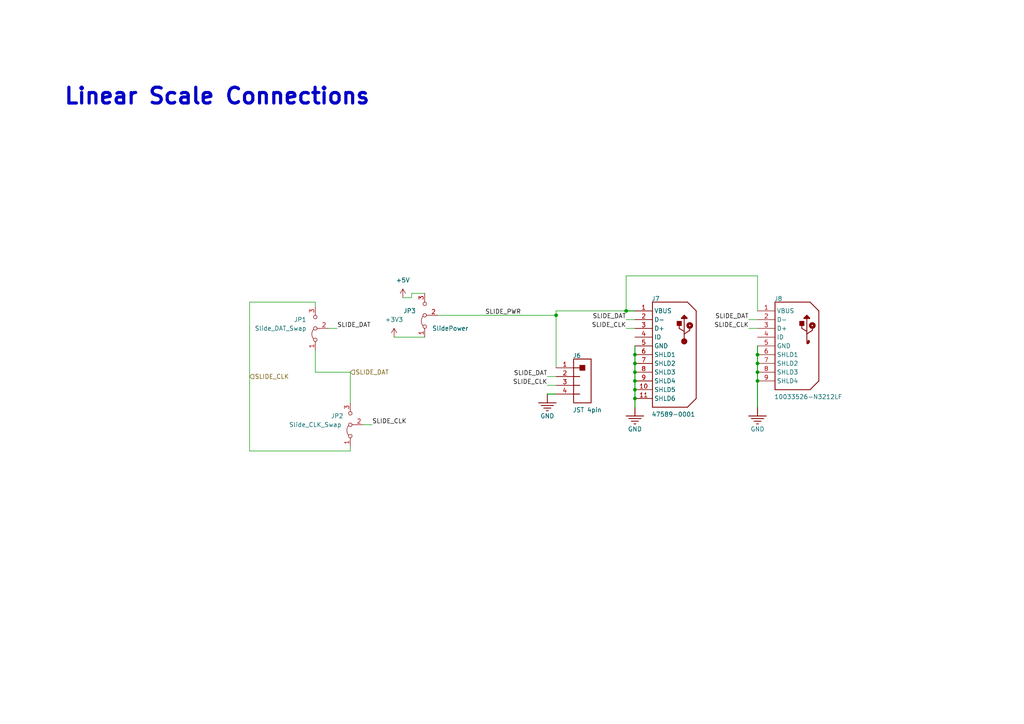
<source format=kicad_sch>
(kicad_sch (version 20231120) (generator "eeschema") (generator_version "8.0")
  (paper "A4")
  (lib_symbols
    (symbol "Jumper:Jumper_3_Bridged12" (pin_names (offset 0) hide)
      (property "Reference" "JP" (at -2.54 -2.54 0))
      (property "Value" "Jumper_3_Bridged12" (at 0 2.794 0))
      (symbol "Jumper_3_Bridged12_0_0"
        (circle (center -3.302 0) (radius 0.508))
        (circle (center 0 0) (radius 0.508))
        (circle (center 3.302 0) (radius 0.508))
      )
      (symbol "Jumper_3_Bridged12_0_1"
        (arc (start -0.254 0.508) (mid -1.651 0.9912) (end -3.048 0.508))
        (polyline (pts (xy 0 -1.27) (xy 0 -0.508)))
      )
      (symbol "Jumper_3_Bridged12_1_1"
        (pin passive line (at -6.35 0 0) (length 2.54) (name "A") (number "1"))
        (pin passive line (at 0 -3.81 90) (length 2.54) (name "C") (number "2"))
        (pin passive line (at 6.35 0 180) (length 2.54) (name "B") (number "3"))
      )
    )
    (symbol "UMTK-altium-import:0_4Pin JST"
      (property "Value" "0_4Pin JST" (at 0 0 0))
      (symbol "0_4Pin JST_1_0"
        (polyline (pts (xy 0 -10.16) (xy 1.778 -10.16)) (stroke (width 0.254)))
        (polyline (pts (xy 0 -7.62) (xy 1.778 -7.62)) (stroke (width 0.254)))
        (polyline (pts (xy 0 -5.08) (xy 1.778 -5.08)) (stroke (width 0.254)))
        (polyline (pts (xy 0 -2.54) (xy 1.778 -2.54)) (stroke (width 0.254)))
        (polyline (pts (xy 5.08 0) (xy 0 0) (xy 0 -12.7) (xy 5.08 -12.7) (xy 5.08 0)) (stroke (width 0.254)))
        (rectangle (start 3.302 -1.778) (end 1.778 -3.302) (fill (type outline)))
        (pin passive line (at -5.08 -2.54 0) (length 5.08) (name "1") (number "1"))
        (pin passive line (at -5.08 -5.08 0) (length 5.08) (name "2") (number "2"))
        (pin passive line (at -5.08 -7.62 0) (length 5.08) (name "3") (number "3"))
        (pin passive line (at -5.08 -10.16 0) (length 5.08) (name "4") (number "4"))
      )
    )
    (symbol "UMTK-altium-import:0_USB-5-4SHLD"
      (property "Value" "0_USB-5-4SHLD" (at 0 0 0))
      (symbol "0_USB-5-4SHLD_1_0"
        (polyline (pts (xy 0 -25.4) (xy 10.16 -25.4)) (stroke (width 0.254)))
        (polyline (pts (xy 0 0) (xy 0 -25.4)) (stroke (width 0.254)))
        (polyline (pts (xy 7.772 -7.63) (xy 7.772 -6.43)) (stroke (width 0.254)))
        (polyline (pts (xy 8.433 -4.78) (xy 9.22 -4.78)) (stroke (width 0.254)))
        (polyline (pts (xy 8.433 -4.58) (xy 8.433 -4.78)) (stroke (width 0.254)))
        (polyline (pts (xy 8.839 -4.38) (xy 9.042 -4.18)) (stroke (width 0.254)))
        (polyline (pts (xy 9.042 -4.18) (xy 9.22 -4.18)) (stroke (width 0.254)))
        (polyline (pts (xy 9.22 -9.23) (xy 9.22 -11.38)) (stroke (width 0.254)))
        (polyline (pts (xy 9.22 -9.23) (xy 10.82 -8.18)) (stroke (width 0.254)))
        (polyline (pts (xy 9.22 -8.48) (xy 7.772 -7.63)) (stroke (width 0.254)))
        (polyline (pts (xy 9.22 -8.48) (xy 9.22 -9.23)) (stroke (width 0.254)))
        (polyline (pts (xy 9.22 -4.78) (xy 9.22 -8.48)) (stroke (width 0.254)))
        (polyline (pts (xy 9.22 -4.78) (xy 10.033 -4.78)) (stroke (width 0.254)))
        (polyline (pts (xy 9.22 -3.98) (xy 9.627 -4.38)) (stroke (width 0.254)))
        (polyline (pts (xy 9.22 -3.78) (xy 8.433 -4.58)) (stroke (width 0.254)))
        (polyline (pts (xy 9.627 -4.38) (xy 8.839 -4.38)) (stroke (width 0.254)))
        (polyline (pts (xy 10.033 -4.78) (xy 10.033 -4.58)) (stroke (width 0.254)))
        (polyline (pts (xy 10.033 -4.58) (xy 8.636 -4.58)) (stroke (width 0.254)))
        (polyline (pts (xy 10.033 -4.58) (xy 9.22 -3.78)) (stroke (width 0.254)))
        (polyline (pts (xy 10.16 0) (xy 0 0)) (stroke (width 0.254)))
        (polyline (pts (xy 10.16 0) (xy 12.7 -2.54)) (stroke (width 0.254)))
        (polyline (pts (xy 10.82 -8.18) (xy 10.82 -7.18)) (stroke (width 0.254)))
        (polyline (pts (xy 12.7 -22.86) (xy 10.16 -25.4)) (stroke (width 0.254)))
        (polyline (pts (xy 12.7 -22.86) (xy 12.7 -2.54)) (stroke (width 0.254)))
        (rectangle (start 8.382 -5.58) (end 7.17 -6.78) (stroke (width 0.254)) (fill (type outline)))
        (arc (start 9.4717 -11.8212) (mid 9.6593 -11.6351) (end 9.728 -11.38) (stroke (width 0.762)))
        (circle (center 10.82 -6.78) (radius 0.203) (stroke (width 0.762)))
        (pin power_in line (at -5.08 -2.54 0) (length 5.08) (name "VBUS") (number "1"))
        (pin passive line (at -5.08 -5.08 0) (length 5.08) (name "D-") (number "2"))
        (pin passive line (at -5.08 -7.62 0) (length 5.08) (name "D+") (number "3"))
        (pin passive line (at -5.08 -10.16 0) (length 5.08) (name "ID") (number "4"))
        (pin power_in line (at -5.08 -12.7 0) (length 5.08) (name "GND") (number "5"))
        (pin passive line (at -5.08 -15.24 0) (length 5.08) (name "SHLD1") (number "6"))
        (pin passive line (at -5.08 -17.78 0) (length 5.08) (name "SHLD2") (number "7"))
        (pin passive line (at -5.08 -20.32 0) (length 5.08) (name "SHLD3") (number "8"))
        (pin passive line (at -5.08 -22.86 0) (length 5.08) (name "SHLD4") (number "9"))
      )
    )
    (symbol "UMTK-altium-import:0_USB-5-6SHLD"
      (property "Value" "0_USB-5-6SHLD" (at 0 0 0))
      (symbol "0_USB-5-6SHLD_1_0"
        (polyline (pts (xy 0 -30.48) (xy 10.16 -30.48)) (stroke (width 0.254)))
        (polyline (pts (xy 0 0) (xy 0 -30.48)) (stroke (width 0.254)))
        (polyline (pts (xy 7.772 -7.63) (xy 7.772 -6.43)) (stroke (width 0.254)))
        (polyline (pts (xy 8.433 -4.78) (xy 9.22 -4.78)) (stroke (width 0.254)))
        (polyline (pts (xy 8.433 -4.58) (xy 8.433 -4.78)) (stroke (width 0.254)))
        (polyline (pts (xy 8.839 -4.38) (xy 9.042 -4.18)) (stroke (width 0.254)))
        (polyline (pts (xy 9.042 -4.18) (xy 9.22 -4.18)) (stroke (width 0.254)))
        (polyline (pts (xy 9.22 -9.23) (xy 9.22 -11.38)) (stroke (width 0.254)))
        (polyline (pts (xy 9.22 -9.23) (xy 10.82 -8.18)) (stroke (width 0.254)))
        (polyline (pts (xy 9.22 -8.48) (xy 7.772 -7.63)) (stroke (width 0.254)))
        (polyline (pts (xy 9.22 -8.48) (xy 9.22 -9.23)) (stroke (width 0.254)))
        (polyline (pts (xy 9.22 -4.78) (xy 9.22 -8.48)) (stroke (width 0.254)))
        (polyline (pts (xy 9.22 -4.78) (xy 10.033 -4.78)) (stroke (width 0.254)))
        (polyline (pts (xy 9.22 -3.98) (xy 9.627 -4.38)) (stroke (width 0.254)))
        (polyline (pts (xy 9.22 -3.78) (xy 8.433 -4.58)) (stroke (width 0.254)))
        (polyline (pts (xy 9.627 -4.38) (xy 8.839 -4.38)) (stroke (width 0.254)))
        (polyline (pts (xy 10.033 -4.78) (xy 10.033 -4.58)) (stroke (width 0.254)))
        (polyline (pts (xy 10.033 -4.58) (xy 8.636 -4.58)) (stroke (width 0.254)))
        (polyline (pts (xy 10.033 -4.58) (xy 9.22 -3.78)) (stroke (width 0.254)))
        (polyline (pts (xy 10.16 0) (xy 0 0)) (stroke (width 0.254)))
        (polyline (pts (xy 10.16 0) (xy 12.7 -2.54)) (stroke (width 0.254)))
        (polyline (pts (xy 10.82 -8.18) (xy 10.82 -7.18)) (stroke (width 0.254)))
        (polyline (pts (xy 12.7 -27.94) (xy 10.16 -30.48)) (stroke (width 0.254)))
        (polyline (pts (xy 12.7 -27.94) (xy 12.7 -2.54)) (stroke (width 0.254)))
        (rectangle (start 8.382 -5.58) (end 7.17 -6.78) (stroke (width 0.254)) (fill (type outline)))
        (circle (center 9.22 -11.38) (radius 0.508) (stroke (width 0.762)))
        (circle (center 10.82 -6.78) (radius 0.203) (stroke (width 0.762)))
        (pin passive line (at -5.08 -2.54 0) (length 5.08) (name "VBUS") (number "1"))
        (pin passive line (at -5.08 -25.4 0) (length 5.08) (name "SHLD5") (number "10"))
        (pin passive line (at -5.08 -27.94 0) (length 5.08) (name "SHLD6") (number "11"))
        (pin passive line (at -5.08 -5.08 0) (length 5.08) (name "D-") (number "2"))
        (pin passive line (at -5.08 -7.62 0) (length 5.08) (name "D+") (number "3"))
        (pin passive line (at -5.08 -10.16 0) (length 5.08) (name "ID") (number "4"))
        (pin passive line (at -5.08 -12.7 0) (length 5.08) (name "GND") (number "5"))
        (pin passive line (at -5.08 -15.24 0) (length 5.08) (name "SHLD1") (number "6"))
        (pin passive line (at -5.08 -17.78 0) (length 5.08) (name "SHLD2") (number "7"))
        (pin passive line (at -5.08 -20.32 0) (length 5.08) (name "SHLD3") (number "8"))
        (pin passive line (at -5.08 -22.86 0) (length 5.08) (name "SHLD4") (number "9"))
      )
    )
    (symbol "UMTK-altium-import:GND" (power)
      (property "Reference" "#PWR" (at 0 0 0))
      (property "Value" "GND" (at 0 6.35 0))
      (symbol "GND_0_0"
        (polyline (pts (xy -2.54 -2.54) (xy 2.54 -2.54)) (stroke (width 0.254)))
        (polyline (pts (xy -1.778 -3.302) (xy 1.778 -3.302)) (stroke (width 0.254)))
        (polyline (pts (xy -1.016 -4.064) (xy 1.016 -4.064)) (stroke (width 0.254)))
        (polyline (pts (xy -0.254 -4.826) (xy 0.254 -4.826)) (stroke (width 0.254)))
        (polyline (pts (xy 0 0) (xy 0 -2.54)) (stroke (width 0.254)))
        (pin power_in line (at 0 0 0) (length 0) hide (name "GND") (number ""))
      )
    )
    (symbol "power:+3V3" (power) (pin_names (offset 0))
      (property "Value" "+3V3" (at 0 3.556 0))
      (symbol "+3V3_0_1"
        (polyline (pts (xy -0.762 1.27) (xy 0 2.54)))
        (polyline (pts (xy 0 0) (xy 0 2.54)))
        (polyline (pts (xy 0 2.54) (xy 0.762 1.27)))
      )
      (symbol "+3V3_1_1"
        (pin power_in line (at 0 0 90) (length 0) hide (name "+3V3") (number "1"))
      )
    )
    (symbol "power:+5V" (power) (pin_names (offset 0))
      (property "Value" "+5V" (at 0 3.556 0))
      (symbol "+5V_0_1"
        (polyline (pts (xy -0.762 1.27) (xy 0 2.54)))
        (polyline (pts (xy 0 0) (xy 0 2.54)))
        (polyline (pts (xy 0 2.54) (xy 0.762 1.27)))
      )
      (symbol "+5V_1_1"
        (pin power_in line (at 0 0 90) (length 0) hide (name "+5V") (number "1"))
      )
    )
  )
  (junction (at 219.71 102.87))
  (junction (at 219.71 105.41))
  (junction (at 181.61 90.17))
  (junction (at 184.15 115.57))
  (junction (at 219.71 107.95))
  (junction (at 184.15 102.87))
  (junction (at 184.15 113.03))
  (junction (at 219.71 110.49))
  (junction (at 184.15 107.95))
  (junction (at 161.29 91.44))
  (junction (at 184.15 110.49))
  (junction (at 184.15 105.41))
  (wire (pts (xy 219.71 118.11) (xy 219.71 110.49)) (stroke (width 0.254)))
  (wire (pts (xy 161.29 90.17) (xy 161.29 91.44)))
  (wire (pts (xy 184.15 115.57) (xy 184.15 113.03)) (stroke (width 0.254)))
  (wire (pts (xy 219.71 107.95) (xy 219.71 105.41)) (stroke (width 0.254)))
  (wire (pts (xy 158.75 114.3) (xy 161.29 114.3)) (stroke (width 0.254)))
  (wire (pts (xy 181.61 95.25) (xy 184.15 95.25)))
  (wire (pts (xy 72.39 87.63) (xy 91.44 87.63)))
  (wire (pts (xy 217.17 92.71) (xy 219.71 92.71)))
  (wire (pts (xy 72.39 87.63) (xy 72.39 130.81)))
  (wire (pts (xy 97.79 95.25) (xy 95.25 95.25)))
  (wire (pts (xy 119.38 85.09) (xy 123.19 85.09)))
  (wire (pts (xy 72.39 130.81) (xy 101.6 130.81)))
  (wire (pts (xy 114.3 97.79) (xy 123.19 97.79)))
  (wire (pts (xy 181.61 90.17) (xy 184.15 90.17)) (stroke (width 0.254)))
  (wire (pts (xy 219.71 90.17) (xy 219.71 80.01)))
  (wire (pts (xy 161.29 91.44) (xy 161.29 106.68)))
  (wire (pts (xy 158.75 111.76) (xy 161.29 111.76)))
  (wire (pts (xy 119.38 86.36) (xy 119.38 85.09)))
  (wire (pts (xy 101.6 130.81) (xy 101.6 129.54)))
  (wire (pts (xy 184.15 107.95) (xy 184.15 105.41)) (stroke (width 0.254)))
  (wire (pts (xy 219.71 105.41) (xy 219.71 102.87)) (stroke (width 0.254)))
  (wire (pts (xy 184.15 118.11) (xy 184.15 115.57)) (stroke (width 0.254)))
  (wire (pts (xy 91.44 107.95) (xy 101.6 107.95)))
  (wire (pts (xy 181.61 80.01) (xy 181.61 90.17)))
  (wire (pts (xy 219.71 80.01) (xy 181.61 80.01)))
  (wire (pts (xy 184.15 102.87) (xy 184.15 100.33)) (stroke (width 0.254)))
  (wire (pts (xy 91.44 88.9) (xy 91.44 87.63)))
  (wire (pts (xy 161.29 90.17) (xy 181.61 90.17)))
  (wire (pts (xy 181.61 92.71) (xy 184.15 92.71)))
  (wire (pts (xy 91.44 101.6) (xy 91.44 107.95)))
  (wire (pts (xy 217.17 95.25) (xy 219.71 95.25)))
  (wire (pts (xy 127 91.44) (xy 161.29 91.44)))
  (wire (pts (xy 184.15 110.49) (xy 184.15 107.95)) (stroke (width 0.254)))
  (wire (pts (xy 107.95 123.19) (xy 105.41 123.19)))
  (wire (pts (xy 116.84 86.36) (xy 119.38 86.36)))
  (wire (pts (xy 219.71 102.87) (xy 219.71 100.33)) (stroke (width 0.254)))
  (wire (pts (xy 219.71 110.49) (xy 219.71 107.95)) (stroke (width 0.254)))
  (wire (pts (xy 158.75 109.22) (xy 161.29 109.22)))
  (wire (pts (xy 184.15 105.41) (xy 184.15 102.87)) (stroke (width 0.254)))
  (wire (pts (xy 184.15 113.03) (xy 184.15 110.49)) (stroke (width 0.254)))
  (wire (pts (xy 101.6 107.95) (xy 101.6 116.84)))
  (text "Linear Scale Connections" (at 18.288 30.734 0) (effects (font (size 4.572 4.572) (thickness 0.9144) (bold yes)) (justify left bottom)))
  (label "SLIDE_DAT" (at 158.75 109.22 180))
  (label "SLIDE_CLK" (at 107.95 123.19 0))
  (label "SLIDE_DAT" (at 97.79 95.25 0))
  (label "SLIDE_PWR" (at 151.13 91.44 180))
  (label "SLIDE_DAT" (at 181.61 92.71 180))
  (label "SLIDE_CLK" (at 217.17 95.25 180))
  (label "SLIDE_CLK" (at 181.61 95.25 180))
  (label "SLIDE_DAT" (at 217.17 92.71 180))
  (label "SLIDE_CLK" (at 158.75 111.76 180))
  (hierarchical_label "SLIDE_CLK" (shape input) (at 72.39 109.22 0))
  (hierarchical_label "SLIDE_DAT" (shape input) (at 101.6 107.95 0))
  (symbol (lib_id "power:+5V") (at 116.84 86.36 0) (unit 1)
    (property "Reference" "#PWR0154" (effects (hide yes)))
    (property "Value" "+5V" (at 116.84 81.28 0))
  )
  (symbol (lib_id "Jumper:Jumper_3_Bridged12") (at 101.6 123.19 90) (unit 1)
    (property "Reference" "JP2" (at 97.79 120.65 90))
    (property "Value" "Slide_CLK_Swap" (at 91.44 123.19 90))
  )
  (symbol (lib_id "UMTK-altium-import:GND") (at 184.15 118.11 0) (unit 1)
    (property "Reference" "#PWR0156" (effects (hide yes)))
    (property "Value" "GND" (at 184.15 124.46 0))
  )
  (symbol (lib_id "UMTK-altium-import:0_4Pin JST") (at 166.37 104.14 0) (unit 1)
    (property "Reference" "J6" (at 166.116 103.886 0) (effects (justify left bottom)))
    (property "Value" "JST 4pin" (at 166.116 119.634 0) (effects (justify left bottom)))
    (property "Footprint" "4Pin JST" (effects (hide yes)))
  )
  (symbol (lib_id "UMTK-altium-import:0_USB-5-4SHLD") (at 224.79 87.63 0) (unit 1)
    (property "Reference" "J8" (at 224.536 87.376 0) (effects (justify left bottom)))
    (property "Value" "10033526-N3212LF" (at 224.536 115.824 0) (effects (justify left bottom)))
    (property "Footprint" "FCI-10033526-N3212LF_V" (effects (hide yes)))
    (property "PARTNUMBER" "10033526-N3212LF" (effects (hide yes)))
    (property "DATASHEETVERSION" "Rev. N" (effects (hide yes)))
    (property "TERMINATION STYLE" "Solder Pad" (effects (hide yes)))
    (property "PACKAGING" "Reel" (effects (hide yes)))
    (property "SHELL PLATING" "Nickel" (effects (hide yes)))
    (property "STANDARD" "USB" (effects (hide yes)))
    (property "COLOR" "Black" (effects (hide yes)))
    (property "COMPONENTLINK1DESCRIPTION" "Manufacturer URL" (effects (hide yes)))
    (property "MOUNTING TECHNOLOGY" "Surface Mount" (effects (hide yes)))
    (property "FACTORY PACK QUANTITY" "750" (effects (hide yes)))
    (property "MOUNTING ANGLE" "Right" (effects (hide yes)))
    (property "CONTACT MATERIAL" "Copper Alloy" (effects (hide yes)))
    (property "NUMBER OF PORTS" "1 Port" (effects (hide yes)))
    (property "PRODUCT CATEGORY" "USB Connectors" (effects (hide yes)))
    (property "MANUFACTURER" "FCI" (effects (hide yes)))
    (property "COMPONENTLINK2URL" "http://portal.fciconnect.com/Comergent//fci/drawing/10033526.pdf" (effects (hide yes)))
    (property "FLAMMABILITY RATING" "UL 94 V-0" (effects (hide yes)))
    (property "PRODUCT" "Mini USB Type B Connectors" (effects (hide yes)))
    (property "CONTACT PLATING" "Gold" (effects (hide yes)))
    (property "COMPONENTLINK2DESCRIPTION" "Datasheet" (effects (hide yes)))
    (property "BRAND" "FCI" (effects (hide yes)))
    (property "NUMBER OF CONTACTS" "5 Contact" (effects (hide yes)))
    (property "ROHS" "Details" (effects (hide yes)))
    (property "CONNECTOR TYPE" "Mini USB Type B Receptacle" (effects (hide yes)))
    (property "COMPONENTLINK1URL" "http://portal.fciconnect.com/" (effects (hide yes)))
    (property "GENDER" "Female" (effects (hide yes)))
    (property "INSULATION RESISTANCE" "100 MOhms" (effects (hide yes)))
    (property "PACKAGEDESCRIPTION" "5-Pin Surface Mount Device, Body 9.2 x 7.7 mm, Pitch 0.8 mm" (effects (hide yes)))
  )
  (symbol (lib_id "Jumper:Jumper_3_Bridged12") (at 91.44 95.25 90) (unit 1)
    (property "Reference" "JP1" (at 88.9 92.71 90) (effects (justify left)))
    (property "Value" "Slide_DAT_Swap" (at 88.9 95.25 90) (effects (justify left)))
  )
  (symbol (lib_id "Jumper:Jumper_3_Bridged12") (at 123.19 91.44 90) (unit 1)
    (property "Reference" "JP3" (at 120.65 90.1699 90) (effects (justify left)))
    (property "Value" "SlidePower" (at 135.89 95.25 90) (effects (justify left)))
  )
  (symbol (lib_id "UMTK-altium-import:0_USB-5-6SHLD") (at 189.23 87.63 0) (unit 1)
    (property "Reference" "J7" (at 188.976 87.376 0) (effects (justify left bottom)))
    (property "Value" "47589-0001" (at 188.976 120.904 0) (effects (justify left bottom)))
    (property "Footprint" "MOLX-47589-0001_V" (effects (hide yes)))
    (property "NUMBER OF PORTS" "1Port" (effects (hide yes)))
    (property "COLOR" "Black" (effects (hide yes)))
    (property "PRODUCT" "MicroUSBTypeABConnectors" (effects (hide yes)))
    (property "PACKAGE URL" "http://www.molex.com/pdm_docs/sd/475890001_sd.pdf" (effects (hide yes)))
    (property "CONTACT PLATING" "Gold" (effects (hide yes)))
    (property "DATASHEET URL" "http://www.molex.com/webdocs/datasheets/pdf/en-us/0475890001_IO_CONNECTORS.pdf" (effects (hide yes)))
    (property "OPERATING TEMPERATURE RANGE" "-20Cto+85C" (effects (hide yes)))
    (property "TERMINATION STYLE" "SMD/SMT" (effects (hide yes)))
    (property "CURRENT RATING" "1.8A" (effects (hide yes)))
    (property "Field13" "0475890001" (effects (hide yes)))
    (property "BRAND" "Molex" (effects (hide yes)))
    (property "MOUNTING ANGLE" "Right" (effects (hide yes)))
    (property "PACKAGE REFERENCE" "47589-0001" (effects (hide yes)))
    (property "GENDER" "Female" (effects (hide yes)))
    (property "PACKAGE DESCRIPTION" "Micro USB Connector, Pitch 0.65 mm, 5 Positions, Body 7.5 x 5.6 mm" (effects (hide yes)))
    (property "MOUNTING TECHNOLOGY" "SurfaceMount" (effects (hide yes)))
    (property "CONTACT MATERIAL" "CopperAlloy" (effects (hide yes)))
    (property "CONNECTOR TYPE" "MicroUSBTypeABreceptacle" (effects (hide yes)))
    (property "PACKAGING" "Reel" (effects (hide yes)))
    (property "ROHS" "True" (effects (hide yes)))
    (property "STANDARD" "USB" (effects (hide yes)))
    (property "MANUFACTURER URL" "http://www.molex.com/" (effects (hide yes)))
    (property "MANUFACTURER" "Molex" (effects (hide yes)))
    (property "DATASHEET VERSION" "12/2016" (effects (hide yes)))
    (property "NUMBER OF CONTACTS" "5Contact" (effects (hide yes)))
    (property "PRODUCT CATEGORY" "USBConnectors" (effects (hide yes)))
    (property "SERIES" "47589" (effects (hide yes)))
    (property "VOLTAGE RATING" "30VAC" (effects (hide yes)))
  )
  (symbol (lib_id "UMTK-altium-import:GND") (at 158.75 114.3 0) (unit 1)
    (property "Reference" "#PWR0155" (effects (hide yes)))
    (property "Value" "GND" (at 158.75 120.65 0))
  )
  (symbol (lib_id "power:+3V3") (at 114.3 97.79 0) (unit 1)
    (property "Reference" "#PWR0153" (effects (hide yes)))
    (property "Value" "+3V3" (at 114.3 92.71 0))
  )
  (symbol (lib_id "UMTK-altium-import:GND") (at 219.71 118.11 0) (unit 1)
    (property "Reference" "#PWR0157" (effects (hide yes)))
    (property "Value" "GND" (at 219.71 124.46 0))
  )
)
</source>
